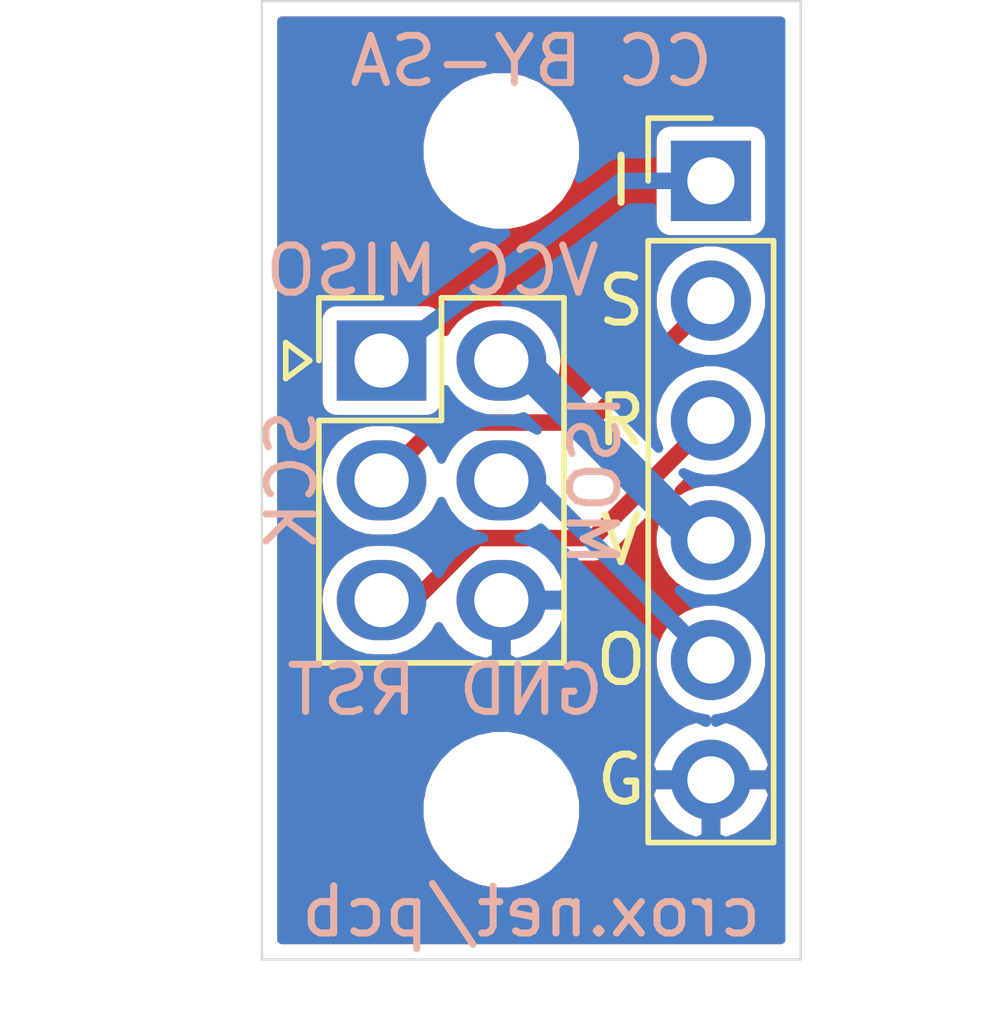
<source format=kicad_pcb>
(kicad_pcb (version 20171130) (host pcbnew 5.1.9-73d0e3b20d~88~ubuntu20.04.1)

  (general
    (thickness 1.6)
    (drawings 21)
    (tracks 14)
    (zones 0)
    (modules 4)
    (nets 7)
  )

  (page A4)
  (layers
    (0 F.Cu signal)
    (31 B.Cu signal)
    (32 B.Adhes user)
    (33 F.Adhes user)
    (34 B.Paste user)
    (35 F.Paste user)
    (36 B.SilkS user)
    (37 F.SilkS user)
    (38 B.Mask user)
    (39 F.Mask user)
    (40 Dwgs.User user)
    (41 Cmts.User user)
    (42 Eco1.User user)
    (43 Eco2.User user)
    (44 Edge.Cuts user)
    (45 Margin user)
    (46 B.CrtYd user)
    (47 F.CrtYd user)
    (48 B.Fab user)
    (49 F.Fab user)
  )

  (setup
    (last_trace_width 0.35)
    (trace_clearance 0.2)
    (zone_clearance 0.3)
    (zone_45_only no)
    (trace_min 0.2)
    (via_size 0.8)
    (via_drill 0.4)
    (via_min_size 0.4)
    (via_min_drill 0.3)
    (uvia_size 0.3)
    (uvia_drill 0.1)
    (uvias_allowed no)
    (uvia_min_size 0.2)
    (uvia_min_drill 0.1)
    (edge_width 0.05)
    (segment_width 0.2)
    (pcb_text_width 0.3)
    (pcb_text_size 1.5 1.5)
    (mod_edge_width 0.12)
    (mod_text_size 1 1)
    (mod_text_width 0.15)
    (pad_size 1.524 1.524)
    (pad_drill 0.762)
    (pad_to_mask_clearance 0)
    (aux_axis_origin 0 0)
    (visible_elements FFFFFF7F)
    (pcbplotparams
      (layerselection 0x010f0_ffffffff)
      (usegerberextensions false)
      (usegerberattributes true)
      (usegerberadvancedattributes true)
      (creategerberjobfile true)
      (excludeedgelayer true)
      (linewidth 0.100000)
      (plotframeref false)
      (viasonmask false)
      (mode 1)
      (useauxorigin false)
      (hpglpennumber 1)
      (hpglpenspeed 20)
      (hpglpendiameter 15.000000)
      (psnegative false)
      (psa4output false)
      (plotreference true)
      (plotvalue true)
      (plotinvisibletext false)
      (padsonsilk false)
      (subtractmaskfromsilk false)
      (outputformat 1)
      (mirror false)
      (drillshape 0)
      (scaleselection 1)
      (outputdirectory "plot/"))
  )

  (net 0 "")
  (net 1 "Net-(J1-Pad5)")
  (net 2 "Net-(J1-Pad3)")
  (net 3 "Net-(J1-Pad2)")
  (net 4 "Net-(J1-Pad1)")
  (net 5 GND)
  (net 6 VCC)

  (net_class Default "This is the default net class."
    (clearance 0.2)
    (trace_width 0.35)
    (via_dia 0.8)
    (via_drill 0.4)
    (uvia_dia 0.3)
    (uvia_drill 0.1)
    (add_net "Net-(J1-Pad1)")
    (add_net "Net-(J1-Pad2)")
    (add_net "Net-(J1-Pad3)")
    (add_net "Net-(J1-Pad5)")
  )

  (net_class power ""
    (clearance 0.2)
    (trace_width 0.75)
    (via_dia 0.8)
    (via_drill 0.4)
    (uvia_dia 0.3)
    (uvia_drill 0.1)
    (add_net GND)
    (add_net VCC)
  )

  (module Connector_PinHeader_2.54mm:PinHeader_2x03_P2.54mm_Vertical (layer F.Cu) (tedit 603EC0AA) (tstamp 603F13E3)
    (at 139.7 87.63)
    (descr "Through hole straight pin header, 2x03, 2.54mm pitch, double rows")
    (tags "Through hole pin header THT 2x03 2.54mm double row")
    (path /603EE258)
    (fp_text reference J2 (at 1.27 -2.33) (layer F.SilkS) hide
      (effects (font (size 1 1) (thickness 0.15)))
    )
    (fp_text value Conn_02x03_Top_Bottom (at 1.27 7.41) (layer F.Fab)
      (effects (font (size 1 1) (thickness 0.15)))
    )
    (fp_line (start 0 -1.27) (end 3.81 -1.27) (layer F.Fab) (width 0.1))
    (fp_line (start 3.81 -1.27) (end 3.81 6.35) (layer F.Fab) (width 0.1))
    (fp_line (start 3.81 6.35) (end -1.27 6.35) (layer F.Fab) (width 0.1))
    (fp_line (start -1.27 6.35) (end -1.27 0) (layer F.Fab) (width 0.1))
    (fp_line (start -1.27 0) (end 0 -1.27) (layer F.Fab) (width 0.1))
    (fp_line (start -1.33 6.41) (end 3.87 6.41) (layer F.SilkS) (width 0.12))
    (fp_line (start -1.33 1.27) (end -1.33 6.41) (layer F.SilkS) (width 0.12))
    (fp_line (start 3.87 -1.33) (end 3.87 6.41) (layer F.SilkS) (width 0.12))
    (fp_line (start -1.33 1.27) (end 1.27 1.27) (layer F.SilkS) (width 0.12))
    (fp_line (start 1.27 1.27) (end 1.27 -1.33) (layer F.SilkS) (width 0.12))
    (fp_line (start 1.27 -1.33) (end 3.87 -1.33) (layer F.SilkS) (width 0.12))
    (fp_line (start -1.33 0) (end -1.33 -1.33) (layer F.SilkS) (width 0.12))
    (fp_line (start -1.33 -1.33) (end 0 -1.33) (layer F.SilkS) (width 0.12))
    (fp_line (start -1.8 -1.8) (end -1.8 6.85) (layer F.CrtYd) (width 0.05))
    (fp_line (start -1.8 6.85) (end 4.35 6.85) (layer F.CrtYd) (width 0.05))
    (fp_line (start 4.35 6.85) (end 4.35 -1.8) (layer F.CrtYd) (width 0.05))
    (fp_line (start 4.35 -1.8) (end -1.8 -1.8) (layer F.CrtYd) (width 0.05))
    (fp_text user %R (at 1.27 2.54 90) (layer F.Fab)
      (effects (font (size 1 1) (thickness 0.15)))
    )
    (pad 6 thru_hole oval (at 2.54 5.08) (size 1.9 1.7) (drill 1.15) (layers *.Cu *.Mask)
      (net 5 GND))
    (pad 3 thru_hole oval (at 0 5.08) (size 1.9 1.7) (drill 1.15) (layers *.Cu *.Mask)
      (net 2 "Net-(J1-Pad3)"))
    (pad 5 thru_hole oval (at 2.54 2.54) (size 1.9 1.7) (drill 1.15) (layers *.Cu *.Mask)
      (net 1 "Net-(J1-Pad5)"))
    (pad 2 thru_hole oval (at 0 2.54) (size 1.9 1.7) (drill 1.15) (layers *.Cu *.Mask)
      (net 3 "Net-(J1-Pad2)"))
    (pad 4 thru_hole oval (at 2.54 0) (size 1.9 1.7) (drill 1.15) (layers *.Cu *.Mask)
      (net 6 VCC))
    (pad 1 thru_hole rect (at 0 0) (size 1.9 1.7) (drill 1.15) (layers *.Cu *.Mask)
      (net 4 "Net-(J1-Pad1)"))
    (model ${KISYS3DMOD}/Connector_PinHeader_2.54mm.3dshapes/PinHeader_2x03_P2.54mm_Vertical.wrl
      (at (xyz 0 0 0))
      (scale (xyz 1 1 1))
      (rotate (xyz 0 0 0))
    )
  )

  (module MountingHole:MountingHole_2.7mm_M2.5 (layer F.Cu) (tedit 56D1B4CB) (tstamp 603F1BEF)
    (at 142.24 97.155)
    (descr "Mounting Hole 2.7mm, no annular, M2.5")
    (tags "mounting hole 2.7mm no annular m2.5")
    (attr virtual)
    (fp_text reference h2 (at 0 -3.7) (layer F.SilkS) hide
      (effects (font (size 1 1) (thickness 0.15)))
    )
    (fp_text value MountingHole_2.7mm_M2.5 (at 0 3.7) (layer F.Fab)
      (effects (font (size 1 1) (thickness 0.15)))
    )
    (fp_circle (center 0 0) (end 2.95 0) (layer F.CrtYd) (width 0.05))
    (fp_circle (center 0 0) (end 2.7 0) (layer Cmts.User) (width 0.15))
    (fp_text user %R (at 0.3 0) (layer F.Fab)
      (effects (font (size 1 1) (thickness 0.15)))
    )
    (pad 1 np_thru_hole circle (at 0 0) (size 2.7 2.7) (drill 2.7) (layers *.Cu *.Mask))
  )

  (module MountingHole:MountingHole_2.7mm_M2.5 (layer F.Cu) (tedit 56D1B4CB) (tstamp 603F1BCA)
    (at 142.24 83.185)
    (descr "Mounting Hole 2.7mm, no annular, M2.5")
    (tags "mounting hole 2.7mm no annular m2.5")
    (attr virtual)
    (fp_text reference h1 (at 0 -3.7) (layer F.SilkS) hide
      (effects (font (size 1 1) (thickness 0.15)))
    )
    (fp_text value MountingHole_2.7mm_M2.5 (at 0 3.7) (layer F.Fab)
      (effects (font (size 1 1) (thickness 0.15)))
    )
    (fp_circle (center 0 0) (end 2.7 0) (layer Cmts.User) (width 0.15))
    (fp_circle (center 0 0) (end 2.95 0) (layer F.CrtYd) (width 0.05))
    (fp_text user %R (at 0.3 0) (layer F.Fab)
      (effects (font (size 1 1) (thickness 0.15)))
    )
    (pad 1 np_thru_hole circle (at 0 0) (size 2.7 2.7) (drill 2.7) (layers *.Cu *.Mask))
  )

  (module Connector_PinHeader_2.54mm:PinHeader_1x06_P2.54mm_Vertical (layer F.Cu) (tedit 59FED5CC) (tstamp 603F13C7)
    (at 146.685 83.82)
    (descr "Through hole straight pin header, 1x06, 2.54mm pitch, single row")
    (tags "Through hole pin header THT 1x06 2.54mm single row")
    (path /603EBB0A)
    (fp_text reference J1 (at 0 -2.33) (layer F.SilkS) hide
      (effects (font (size 1 1) (thickness 0.15)))
    )
    (fp_text value Conn_01x06 (at 0 15.03) (layer F.Fab)
      (effects (font (size 1 1) (thickness 0.15)))
    )
    (fp_line (start -0.635 -1.27) (end 1.27 -1.27) (layer F.Fab) (width 0.1))
    (fp_line (start 1.27 -1.27) (end 1.27 13.97) (layer F.Fab) (width 0.1))
    (fp_line (start 1.27 13.97) (end -1.27 13.97) (layer F.Fab) (width 0.1))
    (fp_line (start -1.27 13.97) (end -1.27 -0.635) (layer F.Fab) (width 0.1))
    (fp_line (start -1.27 -0.635) (end -0.635 -1.27) (layer F.Fab) (width 0.1))
    (fp_line (start -1.33 14.03) (end 1.33 14.03) (layer F.SilkS) (width 0.12))
    (fp_line (start -1.33 1.27) (end -1.33 14.03) (layer F.SilkS) (width 0.12))
    (fp_line (start 1.33 1.27) (end 1.33 14.03) (layer F.SilkS) (width 0.12))
    (fp_line (start -1.33 1.27) (end 1.33 1.27) (layer F.SilkS) (width 0.12))
    (fp_line (start -1.33 0) (end -1.33 -1.33) (layer F.SilkS) (width 0.12))
    (fp_line (start -1.33 -1.33) (end 0 -1.33) (layer F.SilkS) (width 0.12))
    (fp_line (start -1.8 -1.8) (end -1.8 14.5) (layer F.CrtYd) (width 0.05))
    (fp_line (start -1.8 14.5) (end 1.8 14.5) (layer F.CrtYd) (width 0.05))
    (fp_line (start 1.8 14.5) (end 1.8 -1.8) (layer F.CrtYd) (width 0.05))
    (fp_line (start 1.8 -1.8) (end -1.8 -1.8) (layer F.CrtYd) (width 0.05))
    (fp_text user %R (at 0 6.35 90) (layer F.Fab)
      (effects (font (size 1 1) (thickness 0.15)))
    )
    (pad 6 thru_hole oval (at 0 12.7) (size 1.7 1.7) (drill 1) (layers *.Cu *.Mask)
      (net 5 GND))
    (pad 5 thru_hole oval (at 0 10.16) (size 1.7 1.7) (drill 1) (layers *.Cu *.Mask)
      (net 1 "Net-(J1-Pad5)"))
    (pad 4 thru_hole oval (at 0 7.62) (size 1.7 1.7) (drill 1) (layers *.Cu *.Mask)
      (net 6 VCC))
    (pad 3 thru_hole oval (at 0 5.08) (size 1.7 1.7) (drill 1) (layers *.Cu *.Mask)
      (net 2 "Net-(J1-Pad3)"))
    (pad 2 thru_hole oval (at 0 2.54) (size 1.7 1.7) (drill 1) (layers *.Cu *.Mask)
      (net 3 "Net-(J1-Pad2)"))
    (pad 1 thru_hole rect (at 0 0) (size 1.7 1.7) (drill 1) (layers *.Cu *.Mask)
      (net 4 "Net-(J1-Pad1)"))
    (model ${KISYS3DMOD}/Connector_PinHeader_2.54mm.3dshapes/PinHeader_1x06_P2.54mm_Vertical.wrl
      (at (xyz 0 0 0))
      (scale (xyz 1 1 1))
      (rotate (xyz 0 0 0))
    )
  )

  (gr_text crox.net/pcb (at 142.875 99.314) (layer B.SilkS) (tstamp 603F29A4)
    (effects (font (size 1 1) (thickness 0.15)) (justify mirror))
  )
  (gr_text "CC BY-SA" (at 142.875 81.28) (layer B.SilkS)
    (effects (font (size 1 1) (thickness 0.15)) (justify mirror))
  )
  (gr_text MOSI (at 144.145 90.17 -90) (layer B.SilkS) (tstamp 603F296E)
    (effects (font (size 1 1) (thickness 0.15)) (justify mirror))
  )
  (gr_text SCK (at 137.795 90.17 90) (layer B.SilkS) (tstamp 603F296A)
    (effects (font (size 1 1) (thickness 0.15)) (justify mirror))
  )
  (gr_text MISO (at 139.065 85.725) (layer B.SilkS) (tstamp 603F2966)
    (effects (font (size 1 1) (thickness 0.15)) (justify mirror))
  )
  (gr_text RST (at 139.065 94.615) (layer B.SilkS) (tstamp 603F2963)
    (effects (font (size 1 1) (thickness 0.15)) (justify mirror))
  )
  (gr_text GND (at 142.875 94.615) (layer B.SilkS) (tstamp 603F295F)
    (effects (font (size 1 1) (thickness 0.15)) (justify mirror))
  )
  (gr_text VCC (at 142.875 85.725) (layer B.SilkS)
    (effects (font (size 1 1) (thickness 0.15)) (justify mirror))
  )
  (gr_line (start 137.668 88.011) (end 138.176 87.63) (layer F.SilkS) (width 0.12) (tstamp 603F2114))
  (gr_line (start 138.176 87.63) (end 137.668 87.249) (layer F.SilkS) (width 0.12) (tstamp 603F2113))
  (gr_line (start 137.668 87.249) (end 137.668 88.011) (layer F.SilkS) (width 0.12) (tstamp 603F2112))
  (gr_text G (at 144.78 96.52) (layer F.SilkS)
    (effects (font (size 1 1) (thickness 0.15)))
  )
  (gr_text O (at 144.78 93.98) (layer F.SilkS)
    (effects (font (size 1 1) (thickness 0.15)))
  )
  (gr_text V (at 144.78 91.44) (layer F.SilkS)
    (effects (font (size 1 1) (thickness 0.15)))
  )
  (gr_text R (at 144.78 88.9) (layer F.SilkS)
    (effects (font (size 1 1) (thickness 0.15)))
  )
  (gr_text S (at 144.78 86.36) (layer F.SilkS)
    (effects (font (size 1 1) (thickness 0.15)))
  )
  (gr_text I (at 144.78 83.82) (layer F.SilkS)
    (effects (font (size 1 1) (thickness 0.15)))
  )
  (gr_line (start 137.16 100.33) (end 137.16 80.01) (layer Edge.Cuts) (width 0.05) (tstamp 603F184E))
  (gr_line (start 148.59 100.33) (end 137.16 100.33) (layer Edge.Cuts) (width 0.05))
  (gr_line (start 148.59 80.01) (end 148.59 100.33) (layer Edge.Cuts) (width 0.05))
  (gr_line (start 137.16 80.01) (end 148.59 80.01) (layer Edge.Cuts) (width 0.05))

  (segment (start 142.875 90.17) (end 142.24 90.17) (width 0.35) (layer B.Cu) (net 1))
  (segment (start 146.685 93.98) (end 142.875 90.17) (width 0.35) (layer B.Cu) (net 1))
  (segment (start 144.18999 91.39501) (end 146.685 88.9) (width 0.35) (layer F.Cu) (net 2))
  (segment (start 141.722565 91.39501) (end 144.18999 91.39501) (width 0.35) (layer F.Cu) (net 2))
  (segment (start 140.407575 92.71) (end 141.722565 91.39501) (width 0.35) (layer F.Cu) (net 2))
  (segment (start 139.7 92.71) (end 140.407575 92.71) (width 0.35) (layer F.Cu) (net 2))
  (segment (start 144.10001 88.94499) (end 146.685 86.36) (width 0.35) (layer F.Cu) (net 3))
  (segment (start 140.92501 88.94499) (end 144.10001 88.94499) (width 0.35) (layer F.Cu) (net 3))
  (segment (start 139.7 90.17) (end 140.92501 88.94499) (width 0.35) (layer F.Cu) (net 3))
  (segment (start 146.685 83.82) (end 144.78 83.82) (width 0.35) (layer B.Cu) (net 4))
  (segment (start 144.78 83.82) (end 139.7 87.63) (width 0.35) (layer B.Cu) (net 4))
  (segment (start 142.24 87.63) (end 142.621 87.63) (width 0.75) (layer B.Cu) (net 6))
  (segment (start 146.431 91.44) (end 146.685 91.44) (width 0.75) (layer B.Cu) (net 6))
  (segment (start 142.621 87.63) (end 146.431 91.44) (width 0.75) (layer B.Cu) (net 6))

  (zone (net 5) (net_name GND) (layer B.Cu) (tstamp 603F3155) (hatch edge 0.508)
    (connect_pads (clearance 0.3))
    (min_thickness 0.2)
    (fill yes (arc_segments 32) (thermal_gap 0.4) (thermal_bridge_width 0.4))
    (polygon
      (pts
        (xy 148.59 100.33) (xy 137.16 100.33) (xy 137.16 80.01) (xy 148.59 80.01)
      )
    )
    (filled_polygon
      (pts
        (xy 148.165001 99.905) (xy 137.585 99.905) (xy 137.585 96.98264) (xy 140.49 96.98264) (xy 140.49 97.32736)
        (xy 140.557251 97.665456) (xy 140.68917 97.983936) (xy 140.880686 98.27056) (xy 141.12444 98.514314) (xy 141.411064 98.70583)
        (xy 141.729544 98.837749) (xy 142.06764 98.905) (xy 142.41236 98.905) (xy 142.750456 98.837749) (xy 143.068936 98.70583)
        (xy 143.35556 98.514314) (xy 143.599314 98.27056) (xy 143.79083 97.983936) (xy 143.922749 97.665456) (xy 143.99 97.32736)
        (xy 143.99 96.98264) (xy 143.959514 96.829375) (xy 145.370928 96.829375) (xy 145.420506 96.992825) (xy 145.537046 97.23043)
        (xy 145.697702 97.440734) (xy 145.896299 97.615655) (xy 146.125205 97.74847) (xy 146.375624 97.834076) (xy 146.585 97.741295)
        (xy 146.585 96.62) (xy 146.785 96.62) (xy 146.785 97.741295) (xy 146.994376 97.834076) (xy 147.244795 97.74847)
        (xy 147.473701 97.615655) (xy 147.672298 97.440734) (xy 147.832954 97.23043) (xy 147.949494 96.992825) (xy 147.999072 96.829375)
        (xy 147.905912 96.62) (xy 146.785 96.62) (xy 146.585 96.62) (xy 145.464088 96.62) (xy 145.370928 96.829375)
        (xy 143.959514 96.829375) (xy 143.922749 96.644544) (xy 143.79083 96.326064) (xy 143.599314 96.03944) (xy 143.35556 95.795686)
        (xy 143.068936 95.60417) (xy 142.750456 95.472251) (xy 142.41236 95.405) (xy 142.06764 95.405) (xy 141.729544 95.472251)
        (xy 141.411064 95.60417) (xy 141.12444 95.795686) (xy 140.880686 96.03944) (xy 140.68917 96.326064) (xy 140.557251 96.644544)
        (xy 140.49 96.98264) (xy 137.585 96.98264) (xy 137.585 90.17) (xy 138.343952 90.17) (xy 138.368087 90.415043)
        (xy 138.439563 90.650669) (xy 138.555634 90.867823) (xy 138.71184 91.05816) (xy 138.902177 91.214366) (xy 139.119331 91.330437)
        (xy 139.354957 91.401913) (xy 139.538595 91.42) (xy 139.861405 91.42) (xy 140.045043 91.401913) (xy 140.280669 91.330437)
        (xy 140.497823 91.214366) (xy 140.68816 91.05816) (xy 140.844366 90.867823) (xy 140.960437 90.650669) (xy 140.97 90.619144)
        (xy 140.979563 90.650669) (xy 141.095634 90.867823) (xy 141.25184 91.05816) (xy 141.442177 91.214366) (xy 141.659331 91.330437)
        (xy 141.865792 91.393066) (xy 141.672742 91.443442) (xy 141.434627 91.558936) (xy 141.223619 91.718665) (xy 141.047827 91.91649)
        (xy 140.914662 92.143692) (xy 140.844366 92.012177) (xy 140.68816 91.82184) (xy 140.497823 91.665634) (xy 140.280669 91.549563)
        (xy 140.045043 91.478087) (xy 139.861405 91.46) (xy 139.538595 91.46) (xy 139.354957 91.478087) (xy 139.119331 91.549563)
        (xy 138.902177 91.665634) (xy 138.71184 91.82184) (xy 138.555634 92.012177) (xy 138.439563 92.229331) (xy 138.368087 92.464957)
        (xy 138.343952 92.71) (xy 138.368087 92.955043) (xy 138.439563 93.190669) (xy 138.555634 93.407823) (xy 138.71184 93.59816)
        (xy 138.902177 93.754366) (xy 139.119331 93.870437) (xy 139.354957 93.941913) (xy 139.538595 93.96) (xy 139.861405 93.96)
        (xy 140.045043 93.941913) (xy 140.280669 93.870437) (xy 140.497823 93.754366) (xy 140.68816 93.59816) (xy 140.844366 93.407823)
        (xy 140.914662 93.276308) (xy 141.047827 93.50351) (xy 141.223619 93.701335) (xy 141.434627 93.861064) (xy 141.672742 93.976558)
        (xy 141.928813 94.043379) (xy 142.14 93.935) (xy 142.14 92.81) (xy 142.34 92.81) (xy 142.34 93.935)
        (xy 142.551187 94.043379) (xy 142.807258 93.976558) (xy 143.045373 93.861064) (xy 143.256381 93.701335) (xy 143.432173 93.50351)
        (xy 143.565993 93.275191) (xy 143.652699 93.025152) (xy 143.654072 93.019375) (xy 143.560912 92.81) (xy 142.34 92.81)
        (xy 142.14 92.81) (xy 142.12 92.81) (xy 142.12 92.61) (xy 142.14 92.61) (xy 142.14 92.59)
        (xy 142.34 92.59) (xy 142.34 92.61) (xy 143.560912 92.61) (xy 143.654072 92.400625) (xy 143.652699 92.394848)
        (xy 143.565993 92.144809) (xy 143.432173 91.91649) (xy 143.256381 91.718665) (xy 143.045373 91.558936) (xy 142.807258 91.443442)
        (xy 142.614208 91.393066) (xy 142.820669 91.330437) (xy 143.037823 91.214366) (xy 143.075375 91.183548) (xy 145.490119 93.598292)
        (xy 145.483037 93.615389) (xy 145.435 93.856886) (xy 145.435 94.103114) (xy 145.483037 94.344611) (xy 145.577265 94.572097)
        (xy 145.714062 94.776828) (xy 145.888172 94.950938) (xy 146.092903 95.087735) (xy 146.320389 95.181963) (xy 146.561886 95.23)
        (xy 146.584998 95.23) (xy 146.584998 95.298704) (xy 146.375624 95.205924) (xy 146.125205 95.29153) (xy 145.896299 95.424345)
        (xy 145.697702 95.599266) (xy 145.537046 95.80957) (xy 145.420506 96.047175) (xy 145.370928 96.210625) (xy 145.464088 96.42)
        (xy 146.585 96.42) (xy 146.585 96.4) (xy 146.785 96.4) (xy 146.785 96.42) (xy 147.905912 96.42)
        (xy 147.999072 96.210625) (xy 147.949494 96.047175) (xy 147.832954 95.80957) (xy 147.672298 95.599266) (xy 147.473701 95.424345)
        (xy 147.244795 95.29153) (xy 146.994376 95.205924) (xy 146.785002 95.298704) (xy 146.785002 95.23) (xy 146.808114 95.23)
        (xy 147.049611 95.181963) (xy 147.277097 95.087735) (xy 147.481828 94.950938) (xy 147.655938 94.776828) (xy 147.792735 94.572097)
        (xy 147.886963 94.344611) (xy 147.935 94.103114) (xy 147.935 93.856886) (xy 147.886963 93.615389) (xy 147.792735 93.387903)
        (xy 147.655938 93.183172) (xy 147.481828 93.009062) (xy 147.277097 92.872265) (xy 147.049611 92.778037) (xy 146.808114 92.73)
        (xy 146.561886 92.73) (xy 146.320389 92.778037) (xy 146.303292 92.785119) (xy 146.011548 92.493375) (xy 146.092903 92.547735)
        (xy 146.320389 92.641963) (xy 146.561886 92.69) (xy 146.808114 92.69) (xy 147.049611 92.641963) (xy 147.277097 92.547735)
        (xy 147.481828 92.410938) (xy 147.655938 92.236828) (xy 147.792735 92.032097) (xy 147.886963 91.804611) (xy 147.935 91.563114)
        (xy 147.935 91.316886) (xy 147.886963 91.075389) (xy 147.792735 90.847903) (xy 147.655938 90.643172) (xy 147.481828 90.469062)
        (xy 147.277097 90.332265) (xy 147.049611 90.238037) (xy 146.808114 90.19) (xy 146.561886 90.19) (xy 146.324279 90.237263)
        (xy 146.096057 90.009041) (xy 146.320389 90.101963) (xy 146.561886 90.15) (xy 146.808114 90.15) (xy 147.049611 90.101963)
        (xy 147.277097 90.007735) (xy 147.481828 89.870938) (xy 147.655938 89.696828) (xy 147.792735 89.492097) (xy 147.886963 89.264611)
        (xy 147.935 89.023114) (xy 147.935 88.776886) (xy 147.886963 88.535389) (xy 147.792735 88.307903) (xy 147.655938 88.103172)
        (xy 147.481828 87.929062) (xy 147.277097 87.792265) (xy 147.049611 87.698037) (xy 146.808114 87.65) (xy 146.561886 87.65)
        (xy 146.320389 87.698037) (xy 146.092903 87.792265) (xy 145.888172 87.929062) (xy 145.714062 88.103172) (xy 145.577265 88.307903)
        (xy 145.483037 88.535389) (xy 145.435 88.776886) (xy 145.435 89.023114) (xy 145.483037 89.264611) (xy 145.575959 89.488944)
        (xy 143.582832 87.495818) (xy 143.571913 87.384957) (xy 143.500437 87.149331) (xy 143.384366 86.932177) (xy 143.22816 86.74184)
        (xy 143.037823 86.585634) (xy 142.820669 86.469563) (xy 142.585043 86.398087) (xy 142.401405 86.38) (xy 142.324999 86.38)
        (xy 142.515817 86.236886) (xy 145.435 86.236886) (xy 145.435 86.483114) (xy 145.483037 86.724611) (xy 145.577265 86.952097)
        (xy 145.714062 87.156828) (xy 145.888172 87.330938) (xy 146.092903 87.467735) (xy 146.320389 87.561963) (xy 146.561886 87.61)
        (xy 146.808114 87.61) (xy 147.049611 87.561963) (xy 147.277097 87.467735) (xy 147.481828 87.330938) (xy 147.655938 87.156828)
        (xy 147.792735 86.952097) (xy 147.886963 86.724611) (xy 147.935 86.483114) (xy 147.935 86.236886) (xy 147.886963 85.995389)
        (xy 147.792735 85.767903) (xy 147.655938 85.563172) (xy 147.481828 85.389062) (xy 147.277097 85.252265) (xy 147.049611 85.158037)
        (xy 146.808114 85.11) (xy 146.561886 85.11) (xy 146.320389 85.158037) (xy 146.092903 85.252265) (xy 145.888172 85.389062)
        (xy 145.714062 85.563172) (xy 145.577265 85.767903) (xy 145.483037 85.995389) (xy 145.435 86.236886) (xy 142.515817 86.236886)
        (xy 144.971667 84.395) (xy 145.433065 84.395) (xy 145.433065 84.67) (xy 145.440788 84.748414) (xy 145.46366 84.823814)
        (xy 145.500803 84.893303) (xy 145.550789 84.954211) (xy 145.611697 85.004197) (xy 145.681186 85.04134) (xy 145.756586 85.064212)
        (xy 145.835 85.071935) (xy 147.535 85.071935) (xy 147.613414 85.064212) (xy 147.688814 85.04134) (xy 147.758303 85.004197)
        (xy 147.819211 84.954211) (xy 147.869197 84.893303) (xy 147.90634 84.823814) (xy 147.929212 84.748414) (xy 147.936935 84.67)
        (xy 147.936935 82.97) (xy 147.929212 82.891586) (xy 147.90634 82.816186) (xy 147.869197 82.746697) (xy 147.819211 82.685789)
        (xy 147.758303 82.635803) (xy 147.688814 82.59866) (xy 147.613414 82.575788) (xy 147.535 82.568065) (xy 145.835 82.568065)
        (xy 145.756586 82.575788) (xy 145.681186 82.59866) (xy 145.611697 82.635803) (xy 145.550789 82.685789) (xy 145.500803 82.746697)
        (xy 145.46366 82.816186) (xy 145.440788 82.891586) (xy 145.433065 82.97) (xy 145.433065 83.245) (xy 144.792558 83.245)
        (xy 144.748553 83.243075) (xy 144.708063 83.249303) (xy 144.66728 83.25332) (xy 144.652189 83.257898) (xy 144.636605 83.260295)
        (xy 144.598105 83.274304) (xy 144.558892 83.286199) (xy 144.544985 83.293633) (xy 144.530168 83.299024) (xy 144.495136 83.320278)
        (xy 144.459002 83.339592) (xy 144.424946 83.36754) (xy 143.893466 83.76615) (xy 143.922749 83.695456) (xy 143.99 83.35736)
        (xy 143.99 83.01264) (xy 143.922749 82.674544) (xy 143.79083 82.356064) (xy 143.599314 82.06944) (xy 143.35556 81.825686)
        (xy 143.068936 81.63417) (xy 142.750456 81.502251) (xy 142.41236 81.435) (xy 142.06764 81.435) (xy 141.729544 81.502251)
        (xy 141.411064 81.63417) (xy 141.12444 81.825686) (xy 140.880686 82.06944) (xy 140.68917 82.356064) (xy 140.557251 82.674544)
        (xy 140.49 83.01264) (xy 140.49 83.35736) (xy 140.557251 83.695456) (xy 140.68917 84.013936) (xy 140.880686 84.30056)
        (xy 141.12444 84.544314) (xy 141.411064 84.73583) (xy 141.729544 84.867749) (xy 142.06764 84.935) (xy 142.335001 84.935)
        (xy 140.410914 86.378065) (xy 138.75 86.378065) (xy 138.671586 86.385788) (xy 138.596186 86.40866) (xy 138.526697 86.445803)
        (xy 138.465789 86.495789) (xy 138.415803 86.556697) (xy 138.37866 86.626186) (xy 138.355788 86.701586) (xy 138.348065 86.78)
        (xy 138.348065 88.48) (xy 138.355788 88.558414) (xy 138.37866 88.633814) (xy 138.415803 88.703303) (xy 138.465789 88.764211)
        (xy 138.526697 88.814197) (xy 138.596186 88.85134) (xy 138.671586 88.874212) (xy 138.75 88.881935) (xy 140.65 88.881935)
        (xy 140.728414 88.874212) (xy 140.803814 88.85134) (xy 140.873303 88.814197) (xy 140.934211 88.764211) (xy 140.984197 88.703303)
        (xy 141.02134 88.633814) (xy 141.044212 88.558414) (xy 141.051935 88.48) (xy 141.051935 88.246068) (xy 141.095634 88.327823)
        (xy 141.25184 88.51816) (xy 141.442177 88.674366) (xy 141.659331 88.790437) (xy 141.894957 88.861913) (xy 142.078595 88.88)
        (xy 142.401405 88.88) (xy 142.585043 88.861913) (xy 142.7169 88.821915) (xy 143.000865 89.10588) (xy 142.820669 89.009563)
        (xy 142.585043 88.938087) (xy 142.401405 88.92) (xy 142.078595 88.92) (xy 141.894957 88.938087) (xy 141.659331 89.009563)
        (xy 141.442177 89.125634) (xy 141.25184 89.28184) (xy 141.095634 89.472177) (xy 140.979563 89.689331) (xy 140.97 89.720856)
        (xy 140.960437 89.689331) (xy 140.844366 89.472177) (xy 140.68816 89.28184) (xy 140.497823 89.125634) (xy 140.280669 89.009563)
        (xy 140.045043 88.938087) (xy 139.861405 88.92) (xy 139.538595 88.92) (xy 139.354957 88.938087) (xy 139.119331 89.009563)
        (xy 138.902177 89.125634) (xy 138.71184 89.28184) (xy 138.555634 89.472177) (xy 138.439563 89.689331) (xy 138.368087 89.924957)
        (xy 138.343952 90.17) (xy 137.585 90.17) (xy 137.585 80.435) (xy 148.165 80.435)
      )
    )
  )
  (zone (net 5) (net_name GND) (layer F.Cu) (tstamp 603F3152) (hatch edge 0.508)
    (connect_pads (clearance 0.3))
    (min_thickness 0.2)
    (fill yes (arc_segments 32) (thermal_gap 0.4) (thermal_bridge_width 0.4))
    (polygon
      (pts
        (xy 148.59 100.33) (xy 137.16 100.33) (xy 137.16 80.01) (xy 148.59 80.01)
      )
    )
    (filled_polygon
      (pts
        (xy 148.165001 99.905) (xy 137.585 99.905) (xy 137.585 96.98264) (xy 140.49 96.98264) (xy 140.49 97.32736)
        (xy 140.557251 97.665456) (xy 140.68917 97.983936) (xy 140.880686 98.27056) (xy 141.12444 98.514314) (xy 141.411064 98.70583)
        (xy 141.729544 98.837749) (xy 142.06764 98.905) (xy 142.41236 98.905) (xy 142.750456 98.837749) (xy 143.068936 98.70583)
        (xy 143.35556 98.514314) (xy 143.599314 98.27056) (xy 143.79083 97.983936) (xy 143.922749 97.665456) (xy 143.99 97.32736)
        (xy 143.99 96.98264) (xy 143.959514 96.829375) (xy 145.370928 96.829375) (xy 145.420506 96.992825) (xy 145.537046 97.23043)
        (xy 145.697702 97.440734) (xy 145.896299 97.615655) (xy 146.125205 97.74847) (xy 146.375624 97.834076) (xy 146.585 97.741295)
        (xy 146.585 96.62) (xy 146.785 96.62) (xy 146.785 97.741295) (xy 146.994376 97.834076) (xy 147.244795 97.74847)
        (xy 147.473701 97.615655) (xy 147.672298 97.440734) (xy 147.832954 97.23043) (xy 147.949494 96.992825) (xy 147.999072 96.829375)
        (xy 147.905912 96.62) (xy 146.785 96.62) (xy 146.585 96.62) (xy 145.464088 96.62) (xy 145.370928 96.829375)
        (xy 143.959514 96.829375) (xy 143.922749 96.644544) (xy 143.79083 96.326064) (xy 143.713697 96.210625) (xy 145.370928 96.210625)
        (xy 145.464088 96.42) (xy 146.585 96.42) (xy 146.585 96.4) (xy 146.785 96.4) (xy 146.785 96.42)
        (xy 147.905912 96.42) (xy 147.999072 96.210625) (xy 147.949494 96.047175) (xy 147.832954 95.80957) (xy 147.672298 95.599266)
        (xy 147.473701 95.424345) (xy 147.244795 95.29153) (xy 146.994376 95.205924) (xy 146.785002 95.298704) (xy 146.785002 95.23)
        (xy 146.808114 95.23) (xy 147.049611 95.181963) (xy 147.277097 95.087735) (xy 147.481828 94.950938) (xy 147.655938 94.776828)
        (xy 147.792735 94.572097) (xy 147.886963 94.344611) (xy 147.935 94.103114) (xy 147.935 93.856886) (xy 147.886963 93.615389)
        (xy 147.792735 93.387903) (xy 147.655938 93.183172) (xy 147.481828 93.009062) (xy 147.277097 92.872265) (xy 147.049611 92.778037)
        (xy 146.808114 92.73) (xy 146.561886 92.73) (xy 146.320389 92.778037) (xy 146.092903 92.872265) (xy 145.888172 93.009062)
        (xy 145.714062 93.183172) (xy 145.577265 93.387903) (xy 145.483037 93.615389) (xy 145.435 93.856886) (xy 145.435 94.103114)
        (xy 145.483037 94.344611) (xy 145.577265 94.572097) (xy 145.714062 94.776828) (xy 145.888172 94.950938) (xy 146.092903 95.087735)
        (xy 146.320389 95.181963) (xy 146.561886 95.23) (xy 146.584998 95.23) (xy 146.584998 95.298704) (xy 146.375624 95.205924)
        (xy 146.125205 95.29153) (xy 145.896299 95.424345) (xy 145.697702 95.599266) (xy 145.537046 95.80957) (xy 145.420506 96.047175)
        (xy 145.370928 96.210625) (xy 143.713697 96.210625) (xy 143.599314 96.03944) (xy 143.35556 95.795686) (xy 143.068936 95.60417)
        (xy 142.750456 95.472251) (xy 142.41236 95.405) (xy 142.06764 95.405) (xy 141.729544 95.472251) (xy 141.411064 95.60417)
        (xy 141.12444 95.795686) (xy 140.880686 96.03944) (xy 140.68917 96.326064) (xy 140.557251 96.644544) (xy 140.49 96.98264)
        (xy 137.585 96.98264) (xy 137.585 90.17) (xy 138.343952 90.17) (xy 138.368087 90.415043) (xy 138.439563 90.650669)
        (xy 138.555634 90.867823) (xy 138.71184 91.05816) (xy 138.902177 91.214366) (xy 139.119331 91.330437) (xy 139.354957 91.401913)
        (xy 139.538595 91.42) (xy 139.861405 91.42) (xy 140.045043 91.401913) (xy 140.280669 91.330437) (xy 140.497823 91.214366)
        (xy 140.68816 91.05816) (xy 140.844366 90.867823) (xy 140.960437 90.650669) (xy 140.97 90.619144) (xy 140.979563 90.650669)
        (xy 141.095634 90.867823) (xy 141.249317 91.055085) (xy 140.575237 91.729166) (xy 140.497823 91.665634) (xy 140.280669 91.549563)
        (xy 140.045043 91.478087) (xy 139.861405 91.46) (xy 139.538595 91.46) (xy 139.354957 91.478087) (xy 139.119331 91.549563)
        (xy 138.902177 91.665634) (xy 138.71184 91.82184) (xy 138.555634 92.012177) (xy 138.439563 92.229331) (xy 138.368087 92.464957)
        (xy 138.343952 92.71) (xy 138.368087 92.955043) (xy 138.439563 93.190669) (xy 138.555634 93.407823) (xy 138.71184 93.59816)
        (xy 138.902177 93.754366) (xy 139.119331 93.870437) (xy 139.354957 93.941913) (xy 139.538595 93.96) (xy 139.861405 93.96)
        (xy 140.045043 93.941913) (xy 140.280669 93.870437) (xy 140.497823 93.754366) (xy 140.68816 93.59816) (xy 140.844366 93.407823)
        (xy 140.914662 93.276308) (xy 141.047827 93.50351) (xy 141.223619 93.701335) (xy 141.434627 93.861064) (xy 141.672742 93.976558)
        (xy 141.928813 94.043379) (xy 142.14 93.935) (xy 142.14 92.81) (xy 142.34 92.81) (xy 142.34 93.935)
        (xy 142.551187 94.043379) (xy 142.807258 93.976558) (xy 143.045373 93.861064) (xy 143.256381 93.701335) (xy 143.432173 93.50351)
        (xy 143.565993 93.275191) (xy 143.652699 93.025152) (xy 143.654072 93.019375) (xy 143.560912 92.81) (xy 142.34 92.81)
        (xy 142.14 92.81) (xy 142.12 92.81) (xy 142.12 92.61) (xy 142.14 92.61) (xy 142.14 92.59)
        (xy 142.34 92.59) (xy 142.34 92.61) (xy 143.560912 92.61) (xy 143.654072 92.400625) (xy 143.652699 92.394848)
        (xy 143.565993 92.144809) (xy 143.463542 91.97001) (xy 144.161747 91.97001) (xy 144.18999 91.972792) (xy 144.218233 91.97001)
        (xy 144.218236 91.97001) (xy 144.30271 91.96169) (xy 144.411098 91.928811) (xy 144.510988 91.875418) (xy 144.598544 91.803564)
        (xy 144.616555 91.781617) (xy 145.631625 90.766547) (xy 145.577265 90.847903) (xy 145.483037 91.075389) (xy 145.435 91.316886)
        (xy 145.435 91.563114) (xy 145.483037 91.804611) (xy 145.577265 92.032097) (xy 145.714062 92.236828) (xy 145.888172 92.410938)
        (xy 146.092903 92.547735) (xy 146.320389 92.641963) (xy 146.561886 92.69) (xy 146.808114 92.69) (xy 147.049611 92.641963)
        (xy 147.277097 92.547735) (xy 147.481828 92.410938) (xy 147.655938 92.236828) (xy 147.792735 92.032097) (xy 147.886963 91.804611)
        (xy 147.935 91.563114) (xy 147.935 91.316886) (xy 147.886963 91.075389) (xy 147.792735 90.847903) (xy 147.655938 90.643172)
        (xy 147.481828 90.469062) (xy 147.277097 90.332265) (xy 147.049611 90.238037) (xy 146.808114 90.19) (xy 146.561886 90.19)
        (xy 146.320389 90.238037) (xy 146.092903 90.332265) (xy 146.011548 90.386625) (xy 146.303292 90.094881) (xy 146.320389 90.101963)
        (xy 146.561886 90.15) (xy 146.808114 90.15) (xy 147.049611 90.101963) (xy 147.277097 90.007735) (xy 147.481828 89.870938)
        (xy 147.655938 89.696828) (xy 147.792735 89.492097) (xy 147.886963 89.264611) (xy 147.935 89.023114) (xy 147.935 88.776886)
        (xy 147.886963 88.535389) (xy 147.792735 88.307903) (xy 147.655938 88.103172) (xy 147.481828 87.929062) (xy 147.277097 87.792265)
        (xy 147.049611 87.698037) (xy 146.808114 87.65) (xy 146.561886 87.65) (xy 146.320389 87.698037) (xy 146.092903 87.792265)
        (xy 146.011548 87.846625) (xy 146.303292 87.554881) (xy 146.320389 87.561963) (xy 146.561886 87.61) (xy 146.808114 87.61)
        (xy 147.049611 87.561963) (xy 147.277097 87.467735) (xy 147.481828 87.330938) (xy 147.655938 87.156828) (xy 147.792735 86.952097)
        (xy 147.886963 86.724611) (xy 147.935 86.483114) (xy 147.935 86.236886) (xy 147.886963 85.995389) (xy 147.792735 85.767903)
        (xy 147.655938 85.563172) (xy 147.481828 85.389062) (xy 147.277097 85.252265) (xy 147.049611 85.158037) (xy 146.808114 85.11)
        (xy 146.561886 85.11) (xy 146.320389 85.158037) (xy 146.092903 85.252265) (xy 145.888172 85.389062) (xy 145.714062 85.563172)
        (xy 145.577265 85.767903) (xy 145.483037 85.995389) (xy 145.435 86.236886) (xy 145.435 86.483114) (xy 145.483037 86.724611)
        (xy 145.490119 86.741708) (xy 143.861838 88.36999) (xy 143.34976 88.36999) (xy 143.384366 88.327823) (xy 143.500437 88.110669)
        (xy 143.571913 87.875043) (xy 143.596048 87.63) (xy 143.571913 87.384957) (xy 143.500437 87.149331) (xy 143.384366 86.932177)
        (xy 143.22816 86.74184) (xy 143.037823 86.585634) (xy 142.820669 86.469563) (xy 142.585043 86.398087) (xy 142.401405 86.38)
        (xy 142.078595 86.38) (xy 141.894957 86.398087) (xy 141.659331 86.469563) (xy 141.442177 86.585634) (xy 141.25184 86.74184)
        (xy 141.095634 86.932177) (xy 141.051935 87.013932) (xy 141.051935 86.78) (xy 141.044212 86.701586) (xy 141.02134 86.626186)
        (xy 140.984197 86.556697) (xy 140.934211 86.495789) (xy 140.873303 86.445803) (xy 140.803814 86.40866) (xy 140.728414 86.385788)
        (xy 140.65 86.378065) (xy 138.75 86.378065) (xy 138.671586 86.385788) (xy 138.596186 86.40866) (xy 138.526697 86.445803)
        (xy 138.465789 86.495789) (xy 138.415803 86.556697) (xy 138.37866 86.626186) (xy 138.355788 86.701586) (xy 138.348065 86.78)
        (xy 138.348065 88.48) (xy 138.355788 88.558414) (xy 138.37866 88.633814) (xy 138.415803 88.703303) (xy 138.465789 88.764211)
        (xy 138.526697 88.814197) (xy 138.596186 88.85134) (xy 138.671586 88.874212) (xy 138.75 88.881935) (xy 140.174892 88.881935)
        (xy 140.101588 88.95524) (xy 140.045043 88.938087) (xy 139.861405 88.92) (xy 139.538595 88.92) (xy 139.354957 88.938087)
        (xy 139.119331 89.009563) (xy 138.902177 89.125634) (xy 138.71184 89.28184) (xy 138.555634 89.472177) (xy 138.439563 89.689331)
        (xy 138.368087 89.924957) (xy 138.343952 90.17) (xy 137.585 90.17) (xy 137.585 83.01264) (xy 140.49 83.01264)
        (xy 140.49 83.35736) (xy 140.557251 83.695456) (xy 140.68917 84.013936) (xy 140.880686 84.30056) (xy 141.12444 84.544314)
        (xy 141.411064 84.73583) (xy 141.729544 84.867749) (xy 142.06764 84.935) (xy 142.41236 84.935) (xy 142.750456 84.867749)
        (xy 143.068936 84.73583) (xy 143.35556 84.544314) (xy 143.599314 84.30056) (xy 143.79083 84.013936) (xy 143.922749 83.695456)
        (xy 143.99 83.35736) (xy 143.99 83.01264) (xy 143.981519 82.97) (xy 145.433065 82.97) (xy 145.433065 84.67)
        (xy 145.440788 84.748414) (xy 145.46366 84.823814) (xy 145.500803 84.893303) (xy 145.550789 84.954211) (xy 145.611697 85.004197)
        (xy 145.681186 85.04134) (xy 145.756586 85.064212) (xy 145.835 85.071935) (xy 147.535 85.071935) (xy 147.613414 85.064212)
        (xy 147.688814 85.04134) (xy 147.758303 85.004197) (xy 147.819211 84.954211) (xy 147.869197 84.893303) (xy 147.90634 84.823814)
        (xy 147.929212 84.748414) (xy 147.936935 84.67) (xy 147.936935 82.97) (xy 147.929212 82.891586) (xy 147.90634 82.816186)
        (xy 147.869197 82.746697) (xy 147.819211 82.685789) (xy 147.758303 82.635803) (xy 147.688814 82.59866) (xy 147.613414 82.575788)
        (xy 147.535 82.568065) (xy 145.835 82.568065) (xy 145.756586 82.575788) (xy 145.681186 82.59866) (xy 145.611697 82.635803)
        (xy 145.550789 82.685789) (xy 145.500803 82.746697) (xy 145.46366 82.816186) (xy 145.440788 82.891586) (xy 145.433065 82.97)
        (xy 143.981519 82.97) (xy 143.922749 82.674544) (xy 143.79083 82.356064) (xy 143.599314 82.06944) (xy 143.35556 81.825686)
        (xy 143.068936 81.63417) (xy 142.750456 81.502251) (xy 142.41236 81.435) (xy 142.06764 81.435) (xy 141.729544 81.502251)
        (xy 141.411064 81.63417) (xy 141.12444 81.825686) (xy 140.880686 82.06944) (xy 140.68917 82.356064) (xy 140.557251 82.674544)
        (xy 140.49 83.01264) (xy 137.585 83.01264) (xy 137.585 80.435) (xy 148.165 80.435)
      )
    )
  )
)

</source>
